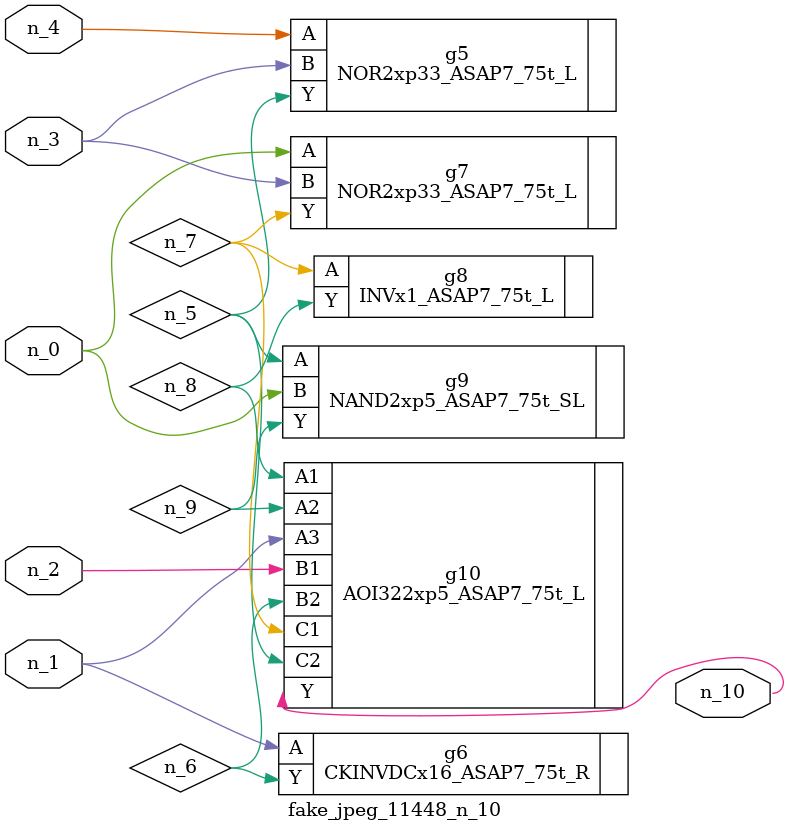
<source format=v>
module fake_jpeg_11448_n_10 (n_3, n_2, n_1, n_0, n_4, n_10);

input n_3;
input n_2;
input n_1;
input n_0;
input n_4;

output n_10;

wire n_8;
wire n_9;
wire n_6;
wire n_5;
wire n_7;

NOR2xp33_ASAP7_75t_L g5 ( 
.A(n_4),
.B(n_3),
.Y(n_5)
);

CKINVDCx16_ASAP7_75t_R g6 ( 
.A(n_1),
.Y(n_6)
);

NOR2xp33_ASAP7_75t_L g7 ( 
.A(n_0),
.B(n_3),
.Y(n_7)
);

INVx1_ASAP7_75t_L g8 ( 
.A(n_7),
.Y(n_8)
);

AOI322xp5_ASAP7_75t_L g10 ( 
.A1(n_8),
.A2(n_9),
.A3(n_1),
.B1(n_2),
.B2(n_6),
.C1(n_7),
.C2(n_5),
.Y(n_10)
);

NAND2xp5_ASAP7_75t_SL g9 ( 
.A(n_5),
.B(n_0),
.Y(n_9)
);


endmodule
</source>
